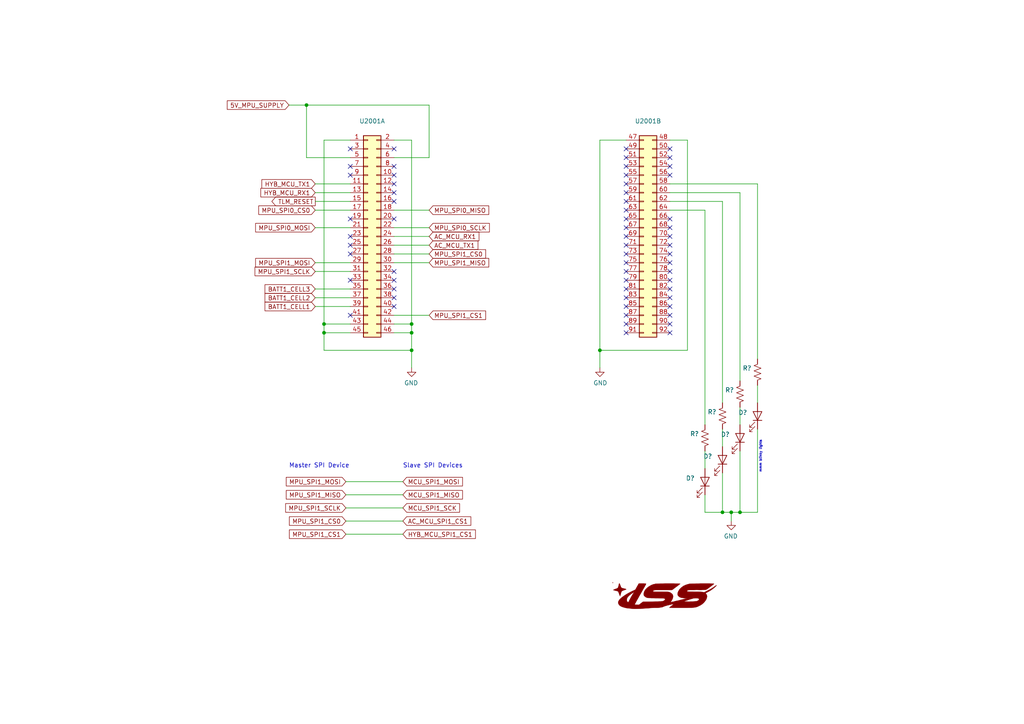
<source format=kicad_sch>
(kicad_sch (version 20211123) (generator eeschema)
  (paper "A4")
  (title_block (title "TARS-MK1") (company "ILLINOIS SPACE SOCIETY"))
  (lib_symbols
    (symbol "D24V50F5:LED" (pin_numbers hide) (pin_names (offset 1.016) hide)
      (property "Reference" "D" (at 0 2.54 0))
      (property "Value" "LED" (at 0 -2.54 0))
      (symbol "LED_0_1"
        (polyline (pts (xy -1.27 -1.27) (xy -1.27 1.27)) (stroke (width 0.2032)))
        (polyline (pts (xy -1.27 0) (xy 1.27 0)))
        (polyline (pts (xy 1.27 -1.27) (xy 1.27 1.27) (xy -1.27 0) (xy 1.27 -1.27)) (stroke (width 0.2032)))
        (polyline (pts (xy -3.048 -0.762) (xy -4.572 -2.286) (xy -3.81 -2.286) (xy -4.572 -2.286) (xy -4.572 -1.524)))
        (polyline (pts (xy -1.778 -0.762) (xy -3.302 -2.286) (xy -2.54 -2.286) (xy -3.302 -2.286) (xy -3.302 -1.524)))
      )
      (symbol "LED_1_1"
        (pin passive line (at -3.81 0 0) (length 2.54) (name "K") (number "1"))
        (pin passive line (at 3.81 0 180) (length 2.54) (name "A") (number "2"))
      )
    )
    (symbol "D24V50F5:R_US" (pin_numbers hide) (pin_names (offset 0))
      (property "Reference" "R" (at 2.54 0 90))
      (property "Value" "R_US" (at -2.54 0 90))
      (symbol "R_US_0_1"
        (polyline (pts (xy 0 -2.286) (xy 0 -2.54)))
        (polyline (pts (xy 0 2.286) (xy 0 2.54)))
        (polyline (pts (xy 0 -0.762) (xy 1.016 -1.143) (xy 0 -1.524) (xy -1.016 -1.905) (xy 0 -2.286)))
        (polyline (pts (xy 0 0.762) (xy 1.016 0.381) (xy 0 0) (xy -1.016 -0.381) (xy 0 -0.762)))
        (polyline (pts (xy 0 2.286) (xy 1.016 1.905) (xy 0 1.524) (xy -1.016 1.143) (xy 0 0.762)))
      )
      (symbol "R_US_1_1"
        (pin passive line (at 0 3.81 270) (length 1.27) (name "~") (number "1"))
        (pin passive line (at 0 -3.81 90) (length 1.27) (name "~") (number "2"))
      )
    )
    (symbol "ISS_LOGO:LOGO" (pin_names (offset 1.016))
      (symbol "LOGO_0_0"
        (polyline (pts (xy -15.2654 3.6322) (xy -15.2654 3.8354) (xy -15.2908 3.8608) (xy -15.3162 3.7338) (xy -15.3162 3.6068) (xy -15.2654 3.6322)) (stroke (width 0.0254)) (fill (type outline)))
        (polyline (pts (xy -13.081 0.2032) (xy -12.954 0.6096) (xy -12.8778 0.9144) (xy -12.7762 1.1176) (xy -12.6746 1.27) (xy -12.5476 1.3462) (xy -12.3698 1.4224) (xy -12.1158 1.524) (xy -11.7348 1.651) (xy -11.5316 1.7272) (xy -11.43 1.7526) (xy -11.43 1.778) (xy -11.5062 1.8542) (xy -11.684 1.9304) (xy -11.938 1.9812) (xy -12.2174 2.0574) (xy -12.5222 2.1082) (xy -12.7254 2.2098) (xy -12.8778 2.3368) (xy -12.9794 2.54) (xy -13.081 2.8448) (xy -13.1318 2.921) (xy -13.2334 3.2258) (xy -13.3858 3.5306) (xy -13.4112 3.5052) (xy -13.4874 3.3782) (xy -13.5382 3.1496) (xy -13.6906 2.54) (xy -13.7668 2.3114) (xy -13.8684 2.1844) (xy -13.9954 2.0828) (xy -14.1986 2.0066) (xy -14.478 1.905) (xy -14.605 1.8542) (xy -14.8844 1.7526) (xy -15.0876 1.651) (xy -15.1638 1.6002) (xy -15.1384 1.6002) (xy -15.0114 1.5494) (xy -14.7828 1.4732) (xy -14.4526 1.397) (xy -13.7668 1.2192) (xy -13.5636 0.762) (xy -13.4874 0.5588) (xy -13.3858 0.2794) (xy -13.2842 0.0508) (xy -13.1826 -0.2032) (xy -13.081 0.2032)) (stroke (width 0.0254)) (fill (type outline)))
        (polyline (pts (xy -8.0264 -3.8354) (xy -7.3152 -3.81) (xy -6.5786 -3.7846) (xy -5.8166 -3.7338) (xy -5.1054 -3.683) (xy -4.826 -3.6576) (xy -4.2418 -3.6068) (xy -3.6322 -3.5814) (xy -3.0988 -3.556) (xy -2.3368 -3.556) (xy -1.5494 -3.4798) (xy -0.889 -3.3528) (xy -0.3556 -3.1242) (xy -0.1778 -3.0734) (xy 0.127 -2.9718) (xy 0.508 -2.8702) (xy 0.9398 -2.7686) (xy 0.9906 -2.7432) (xy 1.5494 -2.6162) (xy 2.1844 -2.4892) (xy 2.3114 -2.4892) (xy 2.3114 -2.54) (xy 2.2352 -2.6162) (xy 2.0574 -2.7686) (xy 1.778 -2.9464) (xy 1.5748 -3.1242) (xy 1.3208 -3.3274) (xy 1.1684 -3.4544) (xy 1.1176 -3.5306) (xy 1.6256 -3.5306) (xy 2.0574 -3.556) (xy 6.2738 -3.556) (xy 6.9342 -3.5306) (xy 7.4676 -3.5306) (xy 7.9248 -3.5052) (xy 8.2804 -3.4798) (xy 8.5852 -3.429) (xy 8.8392 -3.3782) (xy 9.0678 -3.302) (xy 9.3218 -3.2258) (xy 9.5504 -3.0988) (xy 9.8298 -2.9718) (xy 10.0076 -2.8956) (xy 10.5664 -2.54) (xy 11.049 -2.1336) (xy 11.43 -1.6764) (xy 11.7602 -1.2192) (xy 11.938 -0.762) (xy 12.0396 -0.3302) (xy 11.9888 0.0762) (xy 11.811 0.4064) (xy 11.5824 0.6858) (xy 12.1158 0.9398) (xy 12.2682 1.016) (xy 13.0556 1.4732) (xy 13.7414 1.9558) (xy 14.3256 2.4384) (xy 14.605 2.7178) (xy 14.7574 2.8956) (xy 14.8082 2.9718) (xy 14.7828 2.9718) (xy 14.6558 2.8956) (xy 14.4272 2.7686) (xy 14.1478 2.5654) (xy 14.097 2.5146) (xy 13.7414 2.286) (xy 13.3096 2.0066) (xy 12.827 1.7272) (xy 12.3444 1.4986) (xy 11.2014 0.9144) (xy 10.7188 1.016) (xy 10.6172 1.016) (xy 10.3378 1.0414) (xy 9.906 1.0668) (xy 9.398 1.0922) (xy 8.2296 1.0922) (xy 7.8994 1.1176) (xy 6.9088 1.1176) (xy 6.5532 1.143) (xy 6.3246 1.143) (xy 6.223 1.1684) (xy 6.223 1.27) (xy 6.2992 1.4224) (xy 6.3754 1.4986) (xy 6.4516 1.5494) (xy 6.5532 1.5748) (xy 6.7056 1.5748) (xy 6.9596 1.6002) (xy 8.3312 1.6002) (xy 9.0678 1.6256) (xy 9.7536 1.6002) (xy 10.3378 1.6002) (xy 10.8204 1.6256) (xy 11.2014 1.6256) (xy 11.4808 1.651) (xy 11.7348 1.7018) (xy 11.938 1.778) (xy 12.1158 1.905) (xy 12.319 2.032) (xy 12.573 2.2352) (xy 13.081 2.6162) (xy 13.4112 2.8702) (xy 13.6652 3.048) (xy 13.8176 3.175) (xy 13.843 3.2004) (xy 13.9954 3.3274) (xy 14.0462 3.4036) (xy 14.0462 3.429) (xy 13.8938 3.429) (xy 13.6144 3.4544) (xy 13.208 3.4544) (xy 12.7254 3.4798) (xy 10.16 3.4798) (xy 9.4996 3.4544) (xy 8.8646 3.4544) (xy 8.255 3.429) (xy 7.747 3.429) (xy 7.3152 3.4036) (xy 6.985 3.3782) (xy 6.8072 3.3528) (xy 5.9944 3.1242) (xy 5.207 2.7686) (xy 4.572 2.3114) (xy 4.0386 1.778) (xy 3.683 1.1684) (xy 3.5306 0.762) (xy 3.4798 0.381) (xy 3.556 0.0762) (xy 3.7338 -0.1778) (xy 4.0132 -0.4064) (xy 4.3688 -0.5842) (xy 4.826 -0.6858) (xy 5.461 -0.762) (xy 6.2992 -0.8128) (xy 5.588 -0.9906) (xy 5.4102 -1.0414) (xy 5.08 -1.1176) (xy 4.6482 -1.2192) (xy 4.1656 -1.3462) (xy 3.6576 -1.4732) (xy 3.1496 -1.5748) (xy 2.6416 -1.7018) (xy 2.54 -1.7272) (xy 5.334 -1.7272) (xy 5.3594 -1.6764) (xy 5.461 -1.651) (xy 6.0706 -1.4478) (xy 6.7056 -1.2446) (xy 7.1882 -1.0668) (xy 7.5946 -0.9652) (xy 7.9248 -0.8636) (xy 8.1534 -0.8128) (xy 8.382 -0.7874) (xy 8.5598 -0.762) (xy 9.0678 -0.762) (xy 9.4488 -0.8128) (xy 9.652 -0.9398) (xy 9.7282 -1.0922) (xy 9.7028 -1.1938) (xy 9.5504 -1.397) (xy 9.2456 -1.5748) (xy 8.89 -1.6764) (xy 8.8646 -1.6764) (xy 8.6614 -1.7018) (xy 8.3058 -1.7272) (xy 7.8486 -1.7526) (xy 7.3406 -1.7526) (xy 6.7818 -1.778) (xy 6.223 -1.7526) (xy 5.5372 -1.7526) (xy 5.3848 -1.7272) (xy 5.334 -1.7272) (xy 2.54 -1.7272) (xy 2.2098 -1.8034) (xy 1.8542 -1.8796) (xy 1.6256 -1.9304) (xy 1.4986 -1.9304) (xy 1.4986 -1.905) (xy 1.6002 -1.7272) (xy 1.7272 -1.524) (xy 1.9304 -1.1684) (xy 2.1336 -0.6604) (xy 2.1844 -0.2032) (xy 2.0828 0.2286) (xy 1.8034 0.5588) (xy 1.397 0.8382) (xy 1.3208 0.889) (xy 1.0668 0.9906) (xy 0.9144 1.016) (xy 0.6858 1.0414) (xy 0.4064 1.0668) (xy -0.4826 1.0668) (xy -1.143 1.0922) (xy -3.048 1.0922) (xy -3.3274 1.1176) (xy -3.4544 1.1176) (xy -3.6068 1.143) (xy -3.6322 1.27) (xy -3.5052 1.4478) (xy -3.4544 1.4986) (xy -3.3782 1.524) (xy -3.2766 1.5494) (xy -3.0988 1.5748) (xy -2.8702 1.6002) (xy 1.8796 1.6002) (xy 2.54 2.0828) (xy 2.6162 2.159) (xy 3.3782 2.7178) (xy 3.7084 2.9718) (xy 3.7592 2.9972) (xy 3.9878 3.2004) (xy 4.1656 3.3274) (xy 4.2164 3.4036) (xy 4.2164 3.429) (xy 4.0894 3.429) (xy 3.81 3.4544) (xy 2.8956 3.4544) (xy 2.286 3.4798) (xy -0.1016 3.4798) (xy -0.889 3.4544) (xy -1.5494 3.4544) (xy -2.0828 3.429) (xy -2.54 3.4036) (xy -2.921 3.3782) (xy -3.2512 3.302) (xy -3.5052 3.2512) (xy -3.7846 3.1496) (xy -4.0386 3.048) (xy -4.3434 2.8956) (xy -4.9784 2.5146) (xy -5.4864 2.0828) (xy -5.9182 1.6002) (xy -6.1976 1.0922) (xy -6.3246 0.5588) (xy -6.3246 0.2794) (xy -6.2484 -0.0254) (xy -6.0198 -0.2794) (xy -5.6388 -0.5334) (xy -5.5626 -0.5588) (xy -5.3086 -0.6604) (xy -5.1308 -0.6858) (xy -4.8768 -0.7112) (xy -4.5466 -0.7112) (xy -4.1148 -0.7366) (xy -3.5306 -0.7366) (xy -2.8194 -0.762) (xy -2.159 -0.762) (xy -1.5748 -0.7874) (xy -1.1176 -0.7874) (xy -0.762 -0.8128) (xy -0.5334 -0.8382) (xy -0.381 -0.8636) (xy -0.2794 -0.889) (xy -0.2032 -0.9398) (xy -0.1778 -0.9652) (xy -0.127 -1.0922) (xy -0.1778 -1.2446) (xy -0.381 -1.4478) (xy -0.5842 -1.5748) (xy -0.6604 -1.6002) (xy -0.762 -1.651) (xy -0.9144 -1.6764) (xy -1.143 -1.7018) (xy -1.4224 -1.7272) (xy -1.8034 -1.7272) (xy -2.3114 -1.7526) (xy -2.9464 -1.7526) (xy -3.7338 -1.778) (xy -6.5532 -1.8288) (xy -7.1374 -2.2606) (xy -7.7216 -2.7178) (xy -8.3058 -2.6924) (xy -8.6106 -2.667) (xy -8.8392 -2.6416) (xy -8.9408 -2.6162) (xy -8.9408 -2.5908) (xy -8.9154 -2.5146) (xy -8.8646 -2.413) (xy -8.763 -2.2352) (xy -8.636 -1.9812) (xy -8.4582 -1.651) (xy -8.2296 -1.2446) (xy -7.9248 -0.7112) (xy -7.5946 -0.1016) (xy -7.1628 0.635) (xy -6.6802 1.4986) (xy -6.096 2.5146) (xy -5.9182 2.8448) (xy -5.7658 3.1242) (xy -5.6896 3.3274) (xy -5.6642 3.429) (xy -5.7658 3.4544) (xy -5.9944 3.4544) (xy -6.3246 3.4798) (xy -7.747 3.4798) (xy -8.255 2.5908) (xy -8.763 1.6764) (xy -9.9568 1.1176) (xy -10.541 0.8128) (xy -11.3284 0.381) (xy -12.0142 -0.0762) (xy -12.6238 -0.508) (xy -13.081 -0.9144) (xy -13.3858 -1.2446) (xy -11.2522 -1.2446) (xy -11.2268 -1.016) (xy -11.0998 -0.635) (xy -10.795 -0.254) (xy -10.3632 0.1524) (xy -9.779 0.5842) (xy -9.6266 0.6858) (xy -9.3726 0.8636) (xy -9.2202 0.9144) (xy -9.1694 0.9144) (xy -9.3218 0.6604) (xy -9.4742 0.4318) (xy -9.6774 0.1016) (xy -9.8806 -0.254) (xy -10.0584 -0.5588) (xy -10.2616 -0.9652) (xy -10.4648 -1.3208) (xy -10.5918 -1.6002) (xy -10.8458 -2.032) (xy -11.1252 -1.7526) (xy -11.2268 -1.524) (xy -11.2522 -1.2446) (xy -13.3858 -1.2446) (xy -13.4366 -1.2954) (xy -13.6398 -1.651) (xy -13.6906 -1.778) (xy -13.716 -2.2098) (xy -13.589 -2.5654) (xy -13.3096 -2.8956) (xy -12.8778 -3.175) (xy -12.2682 -3.4036) (xy -11.5062 -3.6068) (xy -10.5664 -3.7338) (xy -9.4742 -3.8354) (xy -9.144 -3.8608) (xy -8.636 -3.8608) (xy -8.0264 -3.8354)) (stroke (width 0.0254)) (fill (type outline)))
      )
    )
    (symbol "Socket_BeagleBone:Socket_BeagleBone_Black" (pin_names (offset 1.016) hide)
      (property "Reference" "U" (at 0 5.08 0))
      (property "Value" "Socket_BeagleBone_Black" (at 0 2.54 0))
      (symbol "Socket_BeagleBone_Black_1_1"
        (rectangle (start -2.54 -57.023) (end -1.27 -57.277) (stroke (width 0.1524)))
        (rectangle (start -2.54 -54.483) (end -1.27 -54.737) (stroke (width 0.1524)))
        (rectangle (start -2.54 -51.943) (end -1.27 -52.197) (stroke (width 0.1524)))
        (rectangle (start -2.54 -49.403) (end -1.27 -49.657) (stroke (width 0.1524)))
        (rectangle (start -2.54 -46.863) (end -1.27 -47.117) (stroke (width 0.1524)))
        (rectangle (start -2.54 -44.323) (end -1.27 -44.577) (stroke (width 0.1524)))
        (rectangle (start -2.54 -41.783) (end -1.27 -42.037) (stroke (width 0.1524)))
        (rectangle (start -2.54 -39.243) (end -1.27 -39.497) (stroke (width 0.1524)))
        (rectangle (start -2.54 -36.703) (end -1.27 -36.957) (stroke (width 0.1524)))
        (rectangle (start -2.54 -34.163) (end -1.27 -34.417) (stroke (width 0.1524)))
        (rectangle (start -2.54 -31.623) (end -1.27 -31.877) (stroke (width 0.1524)))
        (rectangle (start -2.54 -29.083) (end -1.27 -29.337) (stroke (width 0.1524)))
        (rectangle (start -2.54 -26.543) (end -1.27 -26.797) (stroke (width 0.1524)))
        (rectangle (start -2.54 -24.003) (end -1.27 -24.257) (stroke (width 0.1524)))
        (rectangle (start -2.54 -21.463) (end -1.27 -21.717) (stroke (width 0.1524)))
        (rectangle (start -2.54 -18.923) (end -1.27 -19.177) (stroke (width 0.1524)))
        (rectangle (start -2.54 -16.383) (end -1.27 -16.637) (stroke (width 0.1524)))
        (rectangle (start -2.54 -13.843) (end -1.27 -14.097) (stroke (width 0.1524)))
        (rectangle (start -2.54 -11.303) (end -1.27 -11.557) (stroke (width 0.1524)))
        (rectangle (start -2.54 -8.763) (end -1.27 -9.017) (stroke (width 0.1524)))
        (rectangle (start -2.54 -6.223) (end -1.27 -6.477) (stroke (width 0.1524)))
        (rectangle (start -2.54 -3.683) (end -1.27 -3.937) (stroke (width 0.1524)))
        (rectangle (start -2.54 -1.143) (end -1.27 -1.397) (stroke (width 0.1524)))
        (rectangle (start -2.54 0) (end 2.54 -58.42) (stroke (width 0.254)) (fill (type background)))
        (rectangle (start 2.54 -57.023) (end 1.27 -57.277) (stroke (width 0.1524)))
        (rectangle (start 2.54 -54.483) (end 1.27 -54.737) (stroke (width 0.1524)))
        (rectangle (start 2.54 -51.943) (end 1.27 -52.197) (stroke (width 0.1524)))
        (rectangle (start 2.54 -49.403) (end 1.27 -49.657) (stroke (width 0.1524)))
        (rectangle (start 2.54 -46.863) (end 1.27 -47.117) (stroke (width 0.1524)))
        (rectangle (start 2.54 -44.323) (end 1.27 -44.577) (stroke (width 0.1524)))
        (rectangle (start 2.54 -41.783) (end 1.27 -42.037) (stroke (width 0.1524)))
        (rectangle (start 2.54 -39.243) (end 1.27 -39.497) (stroke (width 0.1524)))
        (rectangle (start 2.54 -36.703) (end 1.27 -36.957) (stroke (width 0.1524)))
        (rectangle (start 2.54 -34.163) (end 1.27 -34.417) (stroke (width 0.1524)))
        (rectangle (start 2.54 -31.623) (end 1.27 -31.877) (stroke (width 0.1524)))
        (rectangle (start 2.54 -29.083) (end 1.27 -29.337) (stroke (width 0.1524)))
        (rectangle (start 2.54 -26.543) (end 1.27 -26.797) (stroke (width 0.1524)))
        (rectangle (start 2.54 -24.003) (end 1.27 -24.257) (stroke (width 0.1524)))
        (rectangle (start 2.54 -21.463) (end 1.27 -21.717) (stroke (width 0.1524)))
        (rectangle (start 2.54 -18.923) (end 1.27 -19.177) (stroke (width 0.1524)))
        (rectangle (start 2.54 -16.383) (end 1.27 -16.637) (stroke (width 0.1524)))
        (rectangle (start 2.54 -13.843) (end 1.27 -14.097) (stroke (width 0.1524)))
        (rectangle (start 2.54 -11.303) (end 1.27 -11.557) (stroke (width 0.1524)))
        (rectangle (start 2.54 -8.763) (end 1.27 -9.017) (stroke (width 0.1524)))
        (rectangle (start 2.54 -6.223) (end 1.27 -6.477) (stroke (width 0.1524)))
        (rectangle (start 2.54 -3.683) (end 1.27 -3.937) (stroke (width 0.1524)))
        (rectangle (start 2.54 -1.143) (end 1.27 -1.397) (stroke (width 0.1524)))
        (pin passive line (at -6.35 -1.27 0) (length 3.81) (name "Pin_1") (number "1"))
        (pin passive line (at 6.35 -11.43 180) (length 3.81) (name "Pin_10") (number "10"))
        (pin passive line (at -6.35 -13.97 0) (length 3.81) (name "Pin_11") (number "11"))
        (pin passive line (at 6.35 -13.97 180) (length 3.81) (name "Pin_12") (number "12"))
        (pin passive line (at -6.35 -16.51 0) (length 3.81) (name "Pin_13") (number "13"))
        (pin passive line (at 6.35 -16.51 180) (length 3.81) (name "Pin_14") (number "14"))
        (pin passive line (at -6.35 -19.05 0) (length 3.81) (name "Pin_15") (number "15"))
        (pin passive line (at 6.35 -19.05 180) (length 3.81) (name "Pin_16") (number "16"))
        (pin passive line (at -6.35 -21.59 0) (length 3.81) (name "Pin_17") (number "17"))
        (pin passive line (at 6.35 -21.59 180) (length 3.81) (name "Pin_18") (number "18"))
        (pin passive line (at -6.35 -24.13 0) (length 3.81) (name "Pin_19") (number "19"))
        (pin passive line (at 6.35 -1.27 180) (length 3.81) (name "Pin_2") (number "2"))
        (pin passive line (at 6.35 -24.13 180) (length 3.81) (name "Pin_20") (number "20"))
        (pin passive line (at -6.35 -26.67 0) (length 3.81) (name "Pin_21") (number "21"))
        (pin passive line (at 6.35 -26.67 180) (length 3.81) (name "Pin_22") (number "22"))
        (pin passive line (at -6.35 -29.21 0) (length 3.81) (name "Pin_23") (number "23"))
        (pin passive line (at 6.35 -29.21 180) (length 3.81) (name "Pin_24") (number "24"))
        (pin passive line (at -6.35 -31.75 0) (length 3.81) (name "Pin_25") (number "25"))
        (pin passive line (at 6.35 -31.75 180) (length 3.81) (name "Pin_26") (number "26"))
        (pin passive line (at -6.35 -34.29 0) (length 3.81) (name "Pin_27") (number "27"))
        (pin passive line (at 6.35 -34.29 180) (length 3.81) (name "Pin_28") (number "28"))
        (pin passive line (at -6.35 -36.83 0) (length 3.81) (name "Pin_29") (number "29"))
        (pin passive line (at -6.35 -3.81 0) (length 3.81) (name "Pin_3") (number "3"))
        (pin passive line (at 6.35 -36.83 180) (length 3.81) (name "Pin_30") (number "30"))
        (pin passive line (at -6.35 -39.37 0) (length 3.81) (name "Pin_31") (number "31"))
        (pin passive line (at 6.35 -39.37 180) (length 3.81) (name "Pin_32") (number "32"))
        (pin passive line (at -6.35 -41.91 0) (length 3.81) (name "Pin_33") (number "33"))
        (pin passive line (at 6.35 -41.91 180) (length 3.81) (name "Pin_34") (number "34"))
        (pin passive line (at -6.35 -44.45 0) (length 3.81) (name "Pin_35") (number "35"))
        (pin passive line (at 6.35 -44.45 180) (length 3.81) (name "Pin_36") (number "36"))
        (pin passive line (at -6.35 -46.99 0) (length 3.81) (name "Pin_37") (number "37"))
        (pin passive line (at 6.35 -46.99 180) (length 3.81) (name "Pin_38") (number "38"))
        (pin passive line (at -6.35 -49.53 0) (length 3.81) (name "Pin_39") (number "39"))
        (pin passive line (at 6.35 -3.81 180) (length 3.81) (name "Pin_4") (number "4"))
        (pin passive line (at 6.35 -49.53 180) (length 3.81) (name "Pin_40") (number "40"))
        (pin passive line (at -6.35 -52.07 0) (length 3.81) (name "Pin_41") (number "41"))
        (pin passive line (at 6.35 -52.07 180) (length 3.81) (name "Pin_42") (number "42"))
        (pin passive line (at -6.35 -54.61 0) (length 3.81) (name "Pin_43") (number "43"))
        (pin passive line (at 6.35 -54.61 180) (length 3.81) (name "Pin_44") (number "44"))
        (pin passive line (at -6.35 -57.15 0) (length 3.81) (name "Pin_45") (number "45"))
        (pin passive line (at 6.35 -57.15 180) (length 3.81) (name "Pin_46") (number "46"))
        (pin passive line (at -6.35 -6.35 0) (length 3.81) (name "Pin_5") (number "5"))
        (pin passive line (at 6.35 -6.35 180) (length 3.81) (name "Pin_6") (number "6"))
        (pin passive line (at -6.35 -8.89 0) (length 3.81) (name "Pin_7") (number "7"))
        (pin passive line (at 6.35 -8.89 180) (length 3.81) (name "Pin_8") (number "8"))
        (pin passive line (at -6.35 -11.43 0) (length 3.81) (name "Pin_9") (number "9"))
      )
      (symbol "Socket_BeagleBone_Black_2_1"
        (rectangle (start -2.54 -57.023) (end -1.27 -57.277) (stroke (width 0.1524)))
        (rectangle (start -2.54 -54.483) (end -1.27 -54.737) (stroke (width 0.1524)))
        (rectangle (start -2.54 -51.943) (end -1.27 -52.197) (stroke (width 0.1524)))
        (rectangle (start -2.54 -49.403) (end -1.27 -49.657) (stroke (width 0.1524)))
        (rectangle (start -2.54 -46.863) (end -1.27 -47.117) (stroke (width 0.1524)))
        (rectangle (start -2.54 -44.323) (end -1.27 -44.577) (stroke (width 0.1524)))
        (rectangle (start -2.54 -41.783) (end -1.27 -42.037) (stroke (width 0.1524)))
        (rectangle (start -2.54 -39.243) (end -1.27 -39.497) (stroke (width 0.1524)))
        (rectangle (start -2.54 -36.703) (end -1.27 -36.957) (stroke (width 0.1524)))
        (rectangle (start -2.54 -34.163) (end -1.27 -34.417) (stroke (width 0.1524)))
        (rectangle (start -2.54 -31.623) (end -1.27 -31.877) (stroke (width 0.1524)))
        (rectangle (start -2.54 -29.083) (end -1.27 -29.337) (stroke (width 0.1524)))
        (rectangle (start -2.54 -26.543) (end -1.27 -26.797) (stroke (width 0.1524)))
        (rectangle (start -2.54 -24.003) (end -1.27 -24.257) (stroke (width 0.1524)))
        (rectangle (start -2.54 -21.463) (end -1.27 -21.717) (stroke (width 0.1524)))
        (rectangle (start -2.54 -18.923) (end -1.27 -19.177) (stroke (width 0.1524)))
        (rectangle (start -2.54 -16.383) (end -1.27 -16.637) (stroke (width 0.1524)))
        (rectangle (start -2.54 -13.843) (end -1.27 -14.097) (stroke (width 0.1524)))
        (rectangle (start -2.54 -11.303) (end -1.27 -11.557) (stroke (width 0.1524)))
        (rectangle (start -2.54 -8.763) (end -1.27 -9.017) (stroke (width 0.1524)))
        (rectangle (start -2.54 -6.223) (end -1.27 -6.477) (stroke (width 0.1524)))
        (rectangle (start -2.54 -3.683) (end -1.27 -3.937) (stroke (width 0.1524)))
        (rectangle (start -2.54 -1.143) (end -1.27 -1.397) (stroke (width 0.1524)))
        (rectangle (start -2.54 0) (end 2.54 -58.42) (stroke (width 0.254)) (fill (type background)))
        (rectangle (start 2.54 -57.023) (end 1.27 -57.277) (stroke (width 0.1524)))
        (rectangle (start 2.54 -54.483) (end 1.27 -54.737) (stroke (width 0.1524)))
        (rectangle (start 2.54 -51.943) (end 1.27 -52.197) (stroke (width 0.1524)))
        (rectangle (start 2.54 -49.403) (end 1.27 -49.657) (stroke (width 0.1524)))
        (rectangle (start 2.54 -46.863) (end 1.27 -47.117) (stroke (width 0.1524)))
        (rectangle (start 2.54 -44.323) (end 1.27 -44.577) (stroke (width 0.1524)))
        (rectangle (start 2.54 -41.783) (end 1.27 -42.037) (stroke (width 0.1524)))
        (rectangle (start 2.54 -39.243) (end 1.27 -39.497) (stroke (width 0.1524)))
        (rectangle (start 2.54 -36.703) (end 1.27 -36.957) (stroke (width 0.1524)))
        (rectangle (start 2.54 -34.163) (end 1.27 -34.417) (stroke (width 0.1524)))
        (rectangle (start 2.54 -31.623) (end 1.27 -31.877) (stroke (width 0.1524)))
        (rectangle (start 2.54 -29.083) (end 1.27 -29.337) (stroke (width 0.1524)))
        (rectangle (start 2.54 -26.543) (end 1.27 -26.797) (stroke (width 0.1524)))
        (rectangle (start 2.54 -24.003) (end 1.27 -24.257) (stroke (width 0.1524)))
        (rectangle (start 2.54 -21.463) (end 1.27 -21.717) (stroke (width 0.1524)))
        (rectangle (start 2.54 -18.923) (end 1.27 -19.177) (stroke (width 0.1524)))
        (rectangle (start 2.54 -16.383) (end 1.27 -16.637) (stroke (width 0.1524)))
        (rectangle (start 2.54 -13.843) (end 1.27 -14.097) (stroke (width 0.1524)))
        (rectangle (start 2.54 -11.303) (end 1.27 -11.557) (stroke (width 0.1524)))
        (rectangle (start 2.54 -8.763) (end 1.27 -9.017) (stroke (width 0.1524)))
        (rectangle (start 2.54 -6.223) (end 1.27 -6.477) (stroke (width 0.1524)))
        (rectangle (start 2.54 -3.683) (end 1.27 -3.937) (stroke (width 0.1524)))
        (rectangle (start 2.54 -1.143) (end 1.27 -1.397) (stroke (width 0.1524)))
        (pin passive line (at -6.35 -1.27 0) (length 3.81) (name "Pin_1") (number "47"))
        (pin passive line (at 6.35 -1.27 180) (length 3.81) (name "Pin_2") (number "48"))
        (pin passive line (at -6.35 -3.81 0) (length 3.81) (name "Pin_3") (number "49"))
        (pin passive line (at 6.35 -3.81 180) (length 3.81) (name "Pin_4") (number "50"))
        (pin passive line (at -6.35 -6.35 0) (length 3.81) (name "Pin_5") (number "51"))
        (pin passive line (at 6.35 -6.35 180) (length 3.81) (name "Pin_6") (number "52"))
        (pin passive line (at -6.35 -8.89 0) (length 3.81) (name "Pin_7") (number "53"))
        (pin passive line (at 6.35 -8.89 180) (length 3.81) (name "Pin_8") (number "54"))
        (pin passive line (at -6.35 -11.43 0) (length 3.81) (name "Pin_9") (number "55"))
        (pin passive line (at 6.35 -11.43 180) (length 3.81) (name "Pin_10") (number "56"))
        (pin passive line (at -6.35 -13.97 0) (length 3.81) (name "Pin_11") (number "57"))
        (pin passive line (at 6.35 -13.97 180) (length 3.81) (name "Pin_12") (number "58"))
        (pin passive line (at -6.35 -16.51 0) (length 3.81) (name "Pin_13") (number "59"))
        (pin passive line (at 6.35 -16.51 180) (length 3.81) (name "Pin_14") (number "60"))
        (pin passive line (at -6.35 -19.05 0) (length 3.81) (name "Pin_15") (number "61"))
        (pin passive line (at 6.35 -19.05 180) (length 3.81) (name "Pin_16") (number "62"))
        (pin passive line (at -6.35 -21.59 0) (length 3.81) (name "Pin_17") (number "63"))
        (pin passive line (at 6.35 -21.59 180) (length 3.81) (name "Pin_18") (number "64"))
        (pin passive line (at -6.35 -24.13 0) (length 3.81) (name "Pin_19") (number "65"))
        (pin passive line (at 6.35 -24.13 180) (length 3.81) (name "Pin_20") (number "66"))
        (pin passive line (at -6.35 -26.67 0) (length 3.81) (name "Pin_21") (number "67"))
        (pin passive line (at 6.35 -26.67 180) (length 3.81) (name "Pin_22") (number "68"))
        (pin passive line (at -6.35 -29.21 0) (length 3.81) (name "Pin_23") (number "69"))
        (pin passive line (at 6.35 -29.21 180) (length 3.81) (name "Pin_24") (number "70"))
        (pin passive line (at -6.35 -31.75 0) (length 3.81) (name "Pin_25") (number "71"))
        (pin passive line (at 6.35 -31.75 180) (length 3.81) (name "Pin_26") (number "72"))
        (pin passive line (at -6.35 -34.29 0) (length 3.81) (name "Pin_27") (number "73"))
        (pin passive line (at 6.35 -34.29 180) (length 3.81) (name "Pin_28") (number "74"))
        (pin passive line (at -6.35 -36.83 0) (length 3.81) (name "Pin_29") (number "75"))
        (pin passive line (at 6.35 -36.83 180) (length 3.81) (name "Pin_30") (number "76"))
        (pin passive line (at -6.35 -39.37 0) (length 3.81) (name "Pin_31") (number "77"))
        (pin passive line (at 6.35 -39.37 180) (length 3.81) (name "Pin_32") (number "78"))
        (pin passive line (at -6.35 -41.91 0) (length 3.81) (name "Pin_33") (number "79"))
        (pin passive line (at 6.35 -41.91 180) (length 3.81) (name "Pin_34") (number "80"))
        (pin passive line (at -6.35 -44.45 0) (length 3.81) (name "Pin_35") (number "81"))
        (pin passive line (at 6.35 -44.45 180) (length 3.81) (name "Pin_36") (number "82"))
        (pin passive line (at -6.35 -46.99 0) (length 3.81) (name "Pin_37") (number "83"))
        (pin passive line (at 6.35 -46.99 180) (length 3.81) (name "Pin_38") (number "84"))
        (pin passive line (at -6.35 -49.53 0) (length 3.81) (name "Pin_39") (number "85"))
        (pin passive line (at 6.35 -49.53 180) (length 3.81) (name "Pin_40") (number "86"))
        (pin passive line (at -6.35 -52.07 0) (length 3.81) (name "Pin_41") (number "87"))
        (pin passive line (at 6.35 -52.07 180) (length 3.81) (name "Pin_42") (number "88"))
        (pin passive line (at -6.35 -54.61 0) (length 3.81) (name "Pin_43") (number "89"))
        (pin passive line (at 6.35 -54.61 180) (length 3.81) (name "Pin_44") (number "90"))
        (pin passive line (at -6.35 -57.15 0) (length 3.81) (name "Pin_45") (number "91"))
        (pin passive line (at 6.35 -57.15 180) (length 3.81) (name "Pin_46") (number "92"))
      )
    )
    (symbol "power:GND" (power) (pin_names (offset 0))
      (property "Value" "GND" (at 0 -3.81 0))
      (symbol "GND_0_1"
        (polyline (pts (xy 0 0) (xy 0 -1.27) (xy 1.27 -1.27) (xy 0 -2.54) (xy -1.27 -1.27) (xy 0 -1.27)))
      )
      (symbol "GND_1_1"
        (pin power_in line (at 0 0 270) (length 0) hide (name "GND") (number "1"))
      )
    )
  )
  (junction (at 88.9 30.48))
  (junction (at 173.99 101.6))
  (junction (at 119.38 93.98))
  (junction (at 119.38 101.6))
  (junction (at 93.98 96.52))
  (junction (at 93.98 93.98))
  (junction (at 212.09 148.59))
  (junction (at 209.55 148.59))
  (junction (at 214.63 148.59))
  (junction (at 119.38 96.52))
  (no_connect (at 101.6 48.26))
  (no_connect (at 181.61 63.5))
  (no_connect (at 194.31 43.18))
  (no_connect (at 194.31 71.12))
  (no_connect (at 181.61 83.82))
  (no_connect (at 181.61 78.74))
  (no_connect (at 194.31 68.58))
  (no_connect (at 101.6 63.5))
  (no_connect (at 194.31 50.8))
  (no_connect (at 114.3 43.18))
  (no_connect (at 194.31 81.28))
  (no_connect (at 101.6 91.44))
  (no_connect (at 114.3 58.42))
  (no_connect (at 181.61 58.42))
  (no_connect (at 101.6 43.18))
  (no_connect (at 181.61 60.96))
  (no_connect (at 194.31 83.82))
  (no_connect (at 114.3 50.8))
  (no_connect (at 181.61 81.28))
  (no_connect (at 181.61 53.34))
  (no_connect (at 181.61 73.66))
  (no_connect (at 114.3 63.5))
  (no_connect (at 114.3 86.36))
  (no_connect (at 194.31 66.04))
  (no_connect (at 114.3 48.26))
  (no_connect (at 101.6 68.58))
  (no_connect (at 194.31 63.5))
  (no_connect (at 181.61 50.8))
  (no_connect (at 181.61 76.2))
  (no_connect (at 181.61 43.18))
  (no_connect (at 181.61 66.04))
  (no_connect (at 194.31 88.9))
  (no_connect (at 101.6 50.8))
  (no_connect (at 181.61 55.88))
  (no_connect (at 114.3 81.28))
  (no_connect (at 194.31 78.74))
  (no_connect (at 194.31 76.2))
  (no_connect (at 101.6 73.66))
  (no_connect (at 114.3 78.74))
  (no_connect (at 181.61 91.44))
  (no_connect (at 181.61 48.26))
  (no_connect (at 194.31 91.44))
  (no_connect (at 181.61 71.12))
  (no_connect (at 194.31 86.36))
  (no_connect (at 194.31 93.98))
  (no_connect (at 114.3 53.34))
  (no_connect (at 194.31 48.26))
  (no_connect (at 194.31 73.66))
  (no_connect (at 114.3 55.88))
  (no_connect (at 181.61 96.52))
  (no_connect (at 101.6 81.28))
  (no_connect (at 101.6 71.12))
  (no_connect (at 181.61 88.9))
  (no_connect (at 181.61 45.72))
  (no_connect (at 114.3 88.9))
  (no_connect (at 194.31 96.52))
  (no_connect (at 114.3 83.82))
  (no_connect (at 194.31 45.72))
  (no_connect (at 181.61 93.98))
  (no_connect (at 181.61 68.58))
  (no_connect (at 181.61 86.36))
  (wire (pts (xy 209.55 148.59) (xy 209.55 137.16)))
  (wire (pts (xy 219.71 111.76) (xy 219.71 116.84)))
  (wire (pts (xy 214.63 118.11) (xy 214.63 123.19)))
  (wire (pts (xy 101.6 93.98) (xy 93.98 93.98)))
  (wire (pts (xy 199.39 101.6) (xy 173.99 101.6)))
  (wire (pts (xy 204.47 60.96) (xy 194.31 60.96)))
  (wire (pts (xy 209.55 124.46) (xy 209.55 129.54)))
  (wire (pts (xy 194.31 53.34) (xy 219.71 53.34)))
  (wire (pts (xy 100.33 143.51) (xy 116.84 143.51)))
  (wire (pts (xy 101.6 60.96) (xy 91.44 60.96)))
  (wire (pts (xy 114.3 71.12) (xy 124.46 71.12)))
  (wire (pts (xy 219.71 148.59) (xy 214.63 148.59)))
  (wire (pts (xy 91.44 86.36) (xy 101.6 86.36)))
  (wire (pts (xy 93.98 96.52) (xy 101.6 96.52)))
  (wire (pts (xy 114.3 91.44) (xy 124.46 91.44)))
  (wire (pts (xy 114.3 60.96) (xy 124.46 60.96)))
  (wire (pts (xy 173.99 40.64) (xy 181.61 40.64)))
  (wire (pts (xy 119.38 93.98) (xy 119.38 96.52)))
  (wire (pts (xy 214.63 148.59) (xy 212.09 148.59)))
  (wire (pts (xy 101.6 53.34) (xy 91.44 53.34)))
  (wire (pts (xy 219.71 53.34) (xy 219.71 104.14)))
  (wire (pts (xy 114.3 40.64) (xy 119.38 40.64)))
  (wire (pts (xy 101.6 45.72) (xy 88.9 45.72)))
  (wire (pts (xy 214.63 148.59) (xy 214.63 130.81)))
  (wire (pts (xy 119.38 101.6) (xy 119.38 106.68)))
  (wire (pts (xy 91.44 66.04) (xy 101.6 66.04)))
  (wire (pts (xy 93.98 101.6) (xy 119.38 101.6)))
  (wire (pts (xy 212.09 151.13) (xy 212.09 148.59)))
  (wire (pts (xy 199.39 40.64) (xy 199.39 101.6)))
  (wire (pts (xy 100.33 151.13) (xy 116.84 151.13)))
  (wire (pts (xy 204.47 143.51) (xy 204.47 148.59)))
  (wire (pts (xy 100.33 139.7) (xy 116.84 139.7)))
  (wire (pts (xy 119.38 40.64) (xy 119.38 93.98)))
  (wire (pts (xy 209.55 148.59) (xy 204.47 148.59)))
  (wire (pts (xy 173.99 101.6) (xy 173.99 106.68)))
  (wire (pts (xy 93.98 96.52) (xy 93.98 93.98)))
  (wire (pts (xy 91.44 58.42) (xy 101.6 58.42)))
  (wire (pts (xy 119.38 96.52) (xy 119.38 101.6)))
  (wire (pts (xy 91.44 83.82) (xy 101.6 83.82)))
  (wire (pts (xy 114.3 73.66) (xy 124.46 73.66)))
  (wire (pts (xy 204.47 123.19) (xy 204.47 60.96)))
  (wire (pts (xy 114.3 96.52) (xy 119.38 96.52)))
  (wire (pts (xy 124.46 66.04) (xy 114.3 66.04)))
  (wire (pts (xy 212.09 148.59) (xy 209.55 148.59)))
  (wire (pts (xy 91.44 88.9) (xy 101.6 88.9)))
  (wire (pts (xy 124.46 30.48) (xy 88.9 30.48)))
  (wire (pts (xy 88.9 45.72) (xy 88.9 30.48)))
  (wire (pts (xy 114.3 76.2) (xy 124.46 76.2)))
  (wire (pts (xy 214.63 55.88) (xy 214.63 110.49)))
  (wire (pts (xy 93.98 93.98) (xy 93.98 40.64)))
  (wire (pts (xy 100.33 147.32) (xy 116.84 147.32)))
  (wire (pts (xy 209.55 58.42) (xy 209.55 116.84)))
  (wire (pts (xy 204.47 130.81) (xy 204.47 135.89)))
  (wire (pts (xy 91.44 76.2) (xy 101.6 76.2)))
  (wire (pts (xy 100.33 154.94) (xy 116.84 154.94)))
  (wire (pts (xy 124.46 45.72) (xy 124.46 30.48)))
  (wire (pts (xy 93.98 96.52) (xy 93.98 101.6)))
  (wire (pts (xy 114.3 68.58) (xy 124.46 68.58)))
  (wire (pts (xy 91.44 78.74) (xy 101.6 78.74)))
  (wire (pts (xy 219.71 124.46) (xy 219.71 148.59)))
  (wire (pts (xy 88.9 30.48) (xy 83.82 30.48)))
  (wire (pts (xy 101.6 55.88) (xy 91.44 55.88)))
  (wire (pts (xy 214.63 55.88) (xy 194.31 55.88)))
  (wire (pts (xy 124.46 45.72) (xy 114.3 45.72)))
  (wire (pts (xy 93.98 40.64) (xy 101.6 40.64)))
  (wire (pts (xy 209.55 58.42) (xy 194.31 58.42)))
  (wire (pts (xy 173.99 40.64) (xy 173.99 101.6)))
  (wire (pts (xy 194.31 40.64) (xy 199.39 40.64)))
  (wire (pts (xy 119.38 93.98) (xy 114.3 93.98)))
  (text "mmm blinky lights" (at 220.98 137.16 90) (effects (font (size 0.6604 0.6604)) (justify left bottom)))
  (text "Master SPI Device" (at 83.82 135.89 0) (effects (font (size 1.27 1.27)) (justify left bottom)))
  (text "Slave SPI Devices" (at 116.84 135.89 0) (effects (font (size 1.27 1.27)) (justify left bottom)))
  (global_label "MPU_SPI0_MOSI" (shape input) (at 91.44 66.04 180) (property "Intersheet References" "${INTERSHEET_REFS}" (effects hide)))
  (global_label "BATT1_CELL1" (shape input) (at 91.44 88.9 180) (property "Intersheet References" "${INTERSHEET_REFS}" (effects hide)))
  (global_label "HYB_MCU_TX1" (shape input) (at 91.44 53.34 180) (property "Intersheet References" "${INTERSHEET_REFS}" (effects hide)))
  (global_label "MPU_SPI0_SCLK" (shape input) (at 124.46 66.04 0) (property "Intersheet References" "${INTERSHEET_REFS}" (effects hide)))
  (global_label "HYB_MCU_RX1" (shape input) (at 91.44 55.88 180) (property "Intersheet References" "${INTERSHEET_REFS}" (effects hide)))
  (global_label "MCU_SPI1_MISO" (shape input) (at 116.84 143.51 0) (property "Intersheet References" "${INTERSHEET_REFS}" (effects hide)))
  (global_label "MPU_SPI0_CS0" (shape input) (at 91.44 60.96 180) (property "Intersheet References" "${INTERSHEET_REFS}" (effects hide)))
  (global_label "AC_MCU_SPI1_CS1" (shape input) (at 116.84 151.13 0) (property "Intersheet References" "${INTERSHEET_REFS}" (effects hide)))
  (global_label "TLM_RESET" (shape output) (at 91.44 58.42 180) (property "Intersheet References" "${INTERSHEET_REFS}" (effects hide)))
  (global_label "AC_MCU_TX1" (shape input) (at 124.46 71.12 0) (property "Intersheet References" "${INTERSHEET_REFS}" (effects hide)))
  (global_label "BATT1_CELL3" (shape input) (at 91.44 83.82 180) (property "Intersheet References" "${INTERSHEET_REFS}" (effects hide)))
  (global_label "MPU_SPI1_MISO" (shape input) (at 100.33 143.51 180) (property "Intersheet References" "${INTERSHEET_REFS}" (effects hide)))
  (global_label "MPU_SPI1_CS0" (shape input) (at 100.33 151.13 180) (property "Intersheet References" "${INTERSHEET_REFS}" (effects hide)))
  (global_label "HYB_MCU_SPI1_CS1" (shape input) (at 116.84 154.94 0) (property "Intersheet References" "${INTERSHEET_REFS}" (effects hide)))
  (global_label "MPU_SPI1_SCLK" (shape input) (at 91.44 78.74 180) (property "Intersheet References" "${INTERSHEET_REFS}" (effects hide)))
  (global_label "MPU_SPI1_CS1" (shape input) (at 100.33 154.94 180) (property "Intersheet References" "${INTERSHEET_REFS}" (effects hide)))
  (global_label "5V_MPU_SUPPLY" (shape input) (at 83.82 30.48 180) (property "Intersheet References" "${INTERSHEET_REFS}" (effects hide)))
  (global_label "MPU_SPI1_MOSI" (shape input) (at 91.44 76.2 180) (property "Intersheet References" "${INTERSHEET_REFS}" (effects hide)))
  (global_label "MCU_SPI1_SCK" (shape input) (at 116.84 147.32 0) (property "Intersheet References" "${INTERSHEET_REFS}" (effects hide)))
  (global_label "MPU_SPI0_MISO" (shape input) (at 124.46 60.96 0) (property "Intersheet References" "${INTERSHEET_REFS}" (effects hide)))
  (global_label "MPU_SPI1_MISO" (shape input) (at 124.46 76.2 0) (property "Intersheet References" "${INTERSHEET_REFS}" (effects hide)))
  (global_label "MPU_SPI1_MOSI" (shape input) (at 100.33 139.7 180) (property "Intersheet References" "${INTERSHEET_REFS}" (effects hide)))
  (global_label "MPU_SPI1_SCLK" (shape input) (at 100.33 147.32 180) (property "Intersheet References" "${INTERSHEET_REFS}" (effects hide)))
  (global_label "AC_MCU_RX1" (shape input) (at 124.46 68.58 0) (property "Intersheet References" "${INTERSHEET_REFS}" (effects hide)))
  (global_label "MCU_SPI1_MOSI" (shape input) (at 116.84 139.7 0) (property "Intersheet References" "${INTERSHEET_REFS}" (effects hide)))
  (global_label "MPU_SPI1_CS0" (shape input) (at 124.46 73.66 0) (property "Intersheet References" "${INTERSHEET_REFS}" (effects hide)))
  (global_label "MPU_SPI1_CS1" (shape input) (at 124.46 91.44 0) (property "Intersheet References" "${INTERSHEET_REFS}" (effects hide)))
  (global_label "BATT1_CELL2" (shape input) (at 91.44 86.36 180) (property "Intersheet References" "${INTERSHEET_REFS}" (effects hide)))
  (symbol (lib_id "ISS_LOGO:LOGO") (at 193.04 172.72 0) (unit 1)
    (property "Reference" "#G2001" (effects hide))
  )
  (symbol (lib_id "power:GND") (at 173.99 106.68 0) (unit 1)
    (property "Reference" "#PWR02002" (effects hide))
  )
  (symbol (lib_id "power:GND") (at 119.38 106.68 0) (mirror y) (unit 1)
    (property "Reference" "#PWR02001" (effects hide))
  )
  (symbol (lib_id "Socket_BeagleBone:Socket_BeagleBone_Black") (at 107.95 39.37 0) (unit 1)
    (property "Reference" "U2001" (at 107.95 35.1282 0))
  )
  (symbol (lib_id "Socket_BeagleBone:Socket_BeagleBone_Black") (at 187.96 39.37 0) (unit 2)
    (property "Reference" "U2001" (at 187.96 35.1282 0))
  )
  (symbol (lib_id "D24V50F5:LED") (at 219.71 120.65 270) (mirror x) (unit 1)
    (property "Reference" "D?" (at 216.7382 119.6594 90) (effects (justify right)))
  )
  (symbol (lib_id "D24V50F5:R_US") (at 219.71 107.95 0) (mirror y) (unit 1)
    (property "Reference" "R?" (at 217.9828 106.7816 0) (effects (justify left)))
  )
  (symbol (lib_id "D24V50F5:LED") (at 214.63 127 270) (mirror x) (unit 1)
    (property "Reference" "D?" (at 211.6582 126.0094 90) (effects (justify right)))
  )
  (symbol (lib_id "D24V50F5:R_US") (at 214.63 114.3 0) (mirror y) (unit 1)
    (property "Reference" "R?" (at 212.9028 113.1316 0) (effects (justify left)))
  )
  (symbol (lib_id "D24V50F5:LED") (at 209.55 133.35 270) (mirror x) (unit 1)
    (property "Reference" "D?" (at 206.5782 132.3594 90) (effects (justify right)))
  )
  (symbol (lib_id "D24V50F5:R_US") (at 209.55 120.65 0) (mirror y) (unit 1)
    (property "Reference" "R?" (at 207.8228 119.4816 0) (effects (justify left)))
  )
  (symbol (lib_id "D24V50F5:LED") (at 204.47 139.7 270) (mirror x) (unit 1)
    (property "Reference" "D?" (at 201.4982 138.7094 90) (effects (justify right)))
  )
  (symbol (lib_id "D24V50F5:R_US") (at 204.47 127 0) (mirror y) (unit 1)
    (property "Reference" "R?" (at 202.7428 125.8316 0) (effects (justify left)))
  )
  (symbol (lib_id "power:GND") (at 212.09 151.13 0) (mirror y) (unit 1)
    (property "Reference" "#PWR02003" (effects hide))
  )
)
</source>
